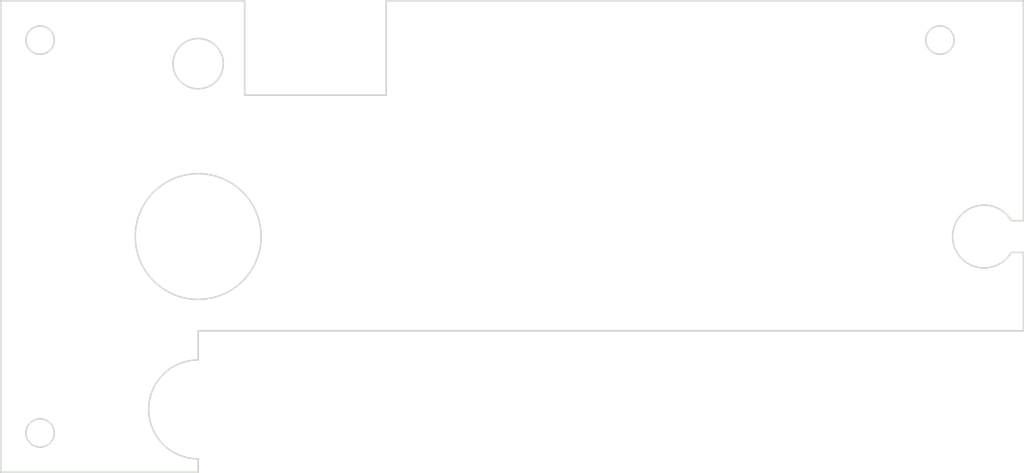
<source format=kicad_pcb>
(kicad_pcb (version 20171130) (host pcbnew 5.1.6-c6e7f7d~87~ubuntu20.04.1)

  (general
    (thickness 1.6)
    (drawings 24)
    (tracks 0)
    (zones 0)
    (modules 0)
    (nets 1)
  )

  (page A4)
  (layers
    (0 F.Cu signal)
    (31 B.Cu signal)
    (32 B.Adhes user)
    (33 F.Adhes user)
    (34 B.Paste user)
    (35 F.Paste user)
    (36 B.SilkS user)
    (37 F.SilkS user)
    (38 B.Mask user)
    (39 F.Mask user)
    (40 Dwgs.User user)
    (41 Cmts.User user)
    (42 Eco1.User user)
    (43 Eco2.User user)
    (44 Edge.Cuts user)
    (45 Margin user)
    (46 B.CrtYd user)
    (47 F.CrtYd user)
    (48 B.Fab user)
    (49 F.Fab user)
  )

  (setup
    (last_trace_width 0.25)
    (trace_clearance 0.2)
    (zone_clearance 0.508)
    (zone_45_only no)
    (trace_min 0.2)
    (via_size 0.8)
    (via_drill 0.4)
    (via_min_size 0.4)
    (via_min_drill 0.3)
    (uvia_size 0.3)
    (uvia_drill 0.1)
    (uvias_allowed no)
    (uvia_min_size 0.2)
    (uvia_min_drill 0.1)
    (edge_width 0.05)
    (segment_width 0.2)
    (pcb_text_width 0.3)
    (pcb_text_size 1.5 1.5)
    (mod_edge_width 0.12)
    (mod_text_size 1 1)
    (mod_text_width 0.15)
    (pad_size 1.524 1.524)
    (pad_drill 0.762)
    (pad_to_mask_clearance 0.05)
    (aux_axis_origin 143.0274 120.62968)
    (visible_elements FFFFFF7F)
    (pcbplotparams
      (layerselection 0x01000_7ffffffe)
      (usegerberextensions false)
      (usegerberattributes true)
      (usegerberadvancedattributes true)
      (creategerberjobfile true)
      (excludeedgelayer true)
      (linewidth 0.100000)
      (plotframeref false)
      (viasonmask false)
      (mode 1)
      (useauxorigin true)
      (hpglpennumber 1)
      (hpglpenspeed 20)
      (hpglpendiameter 15.000000)
      (psnegative false)
      (psa4output false)
      (plotreference true)
      (plotvalue true)
      (plotinvisibletext false)
      (padsonsilk false)
      (subtractmaskfromsilk false)
      (outputformat 1)
      (mirror false)
      (drillshape 0)
      (scaleselection 1)
      (outputdirectory "./"))
  )

  (net 0 "")

  (net_class Default "This is the default net class."
    (clearance 0.2)
    (trace_width 0.25)
    (via_dia 0.8)
    (via_drill 0.4)
    (uvia_dia 0.3)
    (uvia_drill 0.1)
  )

  (gr_line (start 257.532118 102.755759) (end 273.222119 102.755759) (layer Edge.Cuts) (width 0.2))
  (gr_circle (center 148.22212 115.75576) (end 148.22212 113.95576) (layer Edge.Cuts) (width 0.2))
  (gr_line (start 271.67404 92.77671) (end 273.222119 92.77671) (layer Edge.Cuts) (width 0.2))
  (gr_circle (center 168.315095 90.75576) (end 168.315095 82.75576) (layer Edge.Cuts) (width 0.2))
  (gr_line (start 174.22212 60.75576) (end 174.22212 72.75576) (layer Edge.Cuts) (width 0.2))
  (gr_circle (center 262.612119 65.75576) (end 262.612119 63.95576) (layer Edge.Cuts) (width 0.2))
  (gr_circle (center 168.315095 68.75576) (end 168.315095 65.55576) (layer Edge.Cuts) (width 0.2))
  (gr_line (start 273.222119 88.73481) (end 271.67404 88.73481) (layer Edge.Cuts) (width 0.2))
  (gr_line (start 168.315095 102.755759) (end 216.315094 102.755759) (layer Edge.Cuts) (width 0.2))
  (gr_line (start 273.222119 92.77671) (end 273.222119 102.755759) (layer Edge.Cuts) (width 0.2))
  (gr_line (start 168.315095 119.04525) (end 168.315095 120.75576) (layer Edge.Cuts) (width 0.2))
  (gr_circle (center 148.222119 65.75576) (end 148.222119 63.95576) (layer Edge.Cuts) (width 0.2))
  (gr_line (start 273.222119 60.75576) (end 273.222119 88.73481) (layer Edge.Cuts) (width 0.2))
  (gr_line (start 174.22212 60.75576) (end 143.22212 60.75576) (layer Edge.Cuts) (width 0.2))
  (gr_line (start 216.315094 102.755759) (end 257.532118 102.755759) (layer Edge.Cuts) (width 0.2))
  (gr_line (start 168.315095 120.75576) (end 143.22212 120.75576) (layer Edge.Cuts) (width 0.2))
  (gr_arc (start 168.315095 112.75576) (end 168.315095 106.466269) (angle -180) (layer Edge.Cuts) (width 0.2))
  (gr_line (start 192.22212 60.75576) (end 273.222119 60.75576) (layer Edge.Cuts) (width 0.2))
  (gr_line (start 168.315095 106.466269) (end 168.315095 102.755759) (layer Edge.Cuts) (width 0.2))
  (gr_line (start 143.22212 120.75576) (end 143.22212 60.75576) (layer Edge.Cuts) (width 0.2))
  (gr_line (start 174.22212 72.75576) (end 192.22212 72.75576) (layer Edge.Cuts) (width 0.2))
  (gr_arc (start 268.222119 90.75576) (end 268.222119 86.75576) (angle -239.6528693) (layer Edge.Cuts) (width 0.2))
  (gr_arc (start 268.222119 90.75576) (end 271.67404 88.73481) (angle -59.65286933) (layer Edge.Cuts) (width 0.2))
  (gr_line (start 192.22212 72.75576) (end 192.22212 60.75576) (layer Edge.Cuts) (width 0.2))

)

</source>
